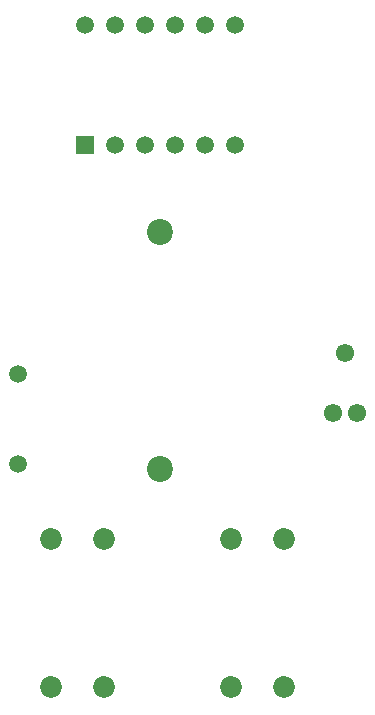
<source format=gbr>
%TF.GenerationSoftware,KiCad,Pcbnew,(5.1.10)-1*%
%TF.CreationDate,2021-09-07T17:28:15+02:00*%
%TF.ProjectId,BytesCounter,42797465-7343-46f7-956e-7465722e6b69,rev?*%
%TF.SameCoordinates,Original*%
%TF.FileFunction,Soldermask,Bot*%
%TF.FilePolarity,Negative*%
%FSLAX46Y46*%
G04 Gerber Fmt 4.6, Leading zero omitted, Abs format (unit mm)*
G04 Created by KiCad (PCBNEW (5.1.10)-1) date 2021-09-07 17:28:15*
%MOMM*%
%LPD*%
G01*
G04 APERTURE LIST*
%ADD10C,1.500000*%
%ADD11R,1.500000X1.500000*%
%ADD12C,1.550000*%
%ADD13C,1.850000*%
%ADD14C,2.200000*%
G04 APERTURE END LIST*
D10*
%TO.C,U1*%
X114430000Y-32230000D03*
X116970000Y-32230000D03*
X119510000Y-32230000D03*
X122050000Y-32230000D03*
X124590000Y-32230000D03*
X127130000Y-32230000D03*
X127130000Y-42390000D03*
X124590000Y-42390000D03*
X122050000Y-42390000D03*
X119510000Y-42390000D03*
X116970000Y-42390000D03*
D11*
X114430000Y-42390000D03*
%TD*%
D12*
%TO.C,J1*%
X135468000Y-65040000D03*
X137500000Y-65040000D03*
X136484000Y-59960000D03*
%TD*%
D13*
%TO.C,S1*%
X111546000Y-88248000D03*
X111546000Y-75748000D03*
X116046000Y-88248000D03*
X116046000Y-75748000D03*
%TD*%
%TO.C,S2*%
X126786000Y-88248000D03*
X126786000Y-75748000D03*
X131286000Y-88248000D03*
X131286000Y-75748000D03*
%TD*%
D14*
%TO.C,U2*%
X120750000Y-49750000D03*
X120750000Y-69750000D03*
%TD*%
D10*
%TO.C,LS1*%
X108750000Y-69350000D03*
X108750000Y-61750000D03*
%TD*%
M02*

</source>
